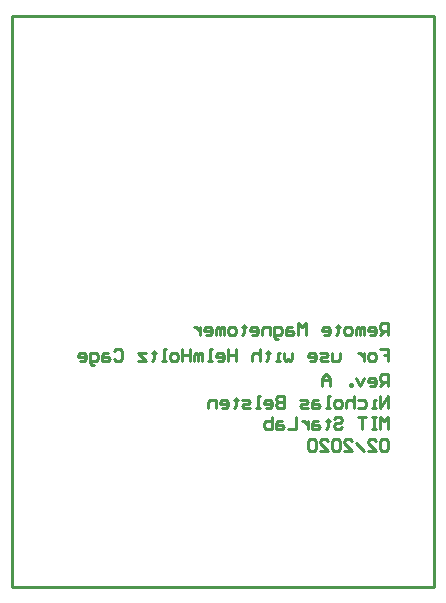
<source format=gbo>
G04*
G04 #@! TF.GenerationSoftware,Altium Limited,Altium Designer,19.1.8 (144)*
G04*
G04 Layer_Color=32896*
%FSLAX24Y24*%
%MOIN*%
G70*
G01*
G75*
%ADD11C,0.0100*%
D11*
X22515Y18405D02*
Y18805D01*
X22315D01*
X22249Y18738D01*
Y18605D01*
X22315Y18538D01*
X22515D01*
X22382D02*
X22249Y18405D01*
X21916D02*
X22049D01*
X22115Y18472D01*
Y18605D01*
X22049Y18672D01*
X21916D01*
X21849Y18605D01*
Y18538D01*
X22115D01*
X21716Y18405D02*
Y18672D01*
X21649D01*
X21582Y18605D01*
Y18405D01*
Y18605D01*
X21516Y18672D01*
X21449Y18605D01*
Y18405D01*
X21249D02*
X21116D01*
X21049Y18472D01*
Y18605D01*
X21116Y18672D01*
X21249D01*
X21316Y18605D01*
Y18472D01*
X21249Y18405D01*
X20849Y18738D02*
Y18672D01*
X20916D01*
X20783D01*
X20849D01*
Y18472D01*
X20783Y18405D01*
X20383D02*
X20516D01*
X20583Y18472D01*
Y18605D01*
X20516Y18672D01*
X20383D01*
X20316Y18605D01*
Y18538D01*
X20583D01*
X19783Y18405D02*
Y18805D01*
X19650Y18672D01*
X19516Y18805D01*
Y18405D01*
X19316Y18672D02*
X19183D01*
X19116Y18605D01*
Y18405D01*
X19316D01*
X19383Y18472D01*
X19316Y18538D01*
X19116D01*
X18850Y18272D02*
X18783D01*
X18717Y18339D01*
Y18672D01*
X18917D01*
X18983Y18605D01*
Y18472D01*
X18917Y18405D01*
X18717D01*
X18583D02*
Y18672D01*
X18383D01*
X18317Y18605D01*
Y18405D01*
X17983D02*
X18117D01*
X18183Y18472D01*
Y18605D01*
X18117Y18672D01*
X17983D01*
X17917Y18605D01*
Y18538D01*
X18183D01*
X17717Y18738D02*
Y18672D01*
X17784D01*
X17650D01*
X17717D01*
Y18472D01*
X17650Y18405D01*
X17384D02*
X17250D01*
X17184Y18472D01*
Y18605D01*
X17250Y18672D01*
X17384D01*
X17450Y18605D01*
Y18472D01*
X17384Y18405D01*
X17050D02*
Y18672D01*
X16984D01*
X16917Y18605D01*
Y18405D01*
Y18605D01*
X16851Y18672D01*
X16784Y18605D01*
Y18405D01*
X16451D02*
X16584D01*
X16651Y18472D01*
Y18605D01*
X16584Y18672D01*
X16451D01*
X16384Y18605D01*
Y18538D01*
X16651D01*
X16251Y18672D02*
Y18405D01*
Y18538D01*
X16184Y18605D01*
X16117Y18672D01*
X16051D01*
X22249Y17952D02*
X22515D01*
Y17752D01*
X22382D01*
X22515D01*
Y17552D01*
X22049D02*
X21916D01*
X21849Y17619D01*
Y17752D01*
X21916Y17819D01*
X22049D01*
X22115Y17752D01*
Y17619D01*
X22049Y17552D01*
X21716Y17819D02*
Y17552D01*
Y17685D01*
X21649Y17752D01*
X21582Y17819D01*
X21516D01*
X20916D02*
Y17619D01*
X20849Y17552D01*
X20649D01*
Y17819D01*
X20516Y17552D02*
X20316D01*
X20249Y17619D01*
X20316Y17685D01*
X20449D01*
X20516Y17752D01*
X20449Y17819D01*
X20249D01*
X19916Y17552D02*
X20049D01*
X20116Y17619D01*
Y17752D01*
X20049Y17819D01*
X19916D01*
X19850Y17752D01*
Y17685D01*
X20116D01*
X19316Y17819D02*
Y17619D01*
X19250Y17552D01*
X19183Y17619D01*
X19116Y17552D01*
X19050Y17619D01*
Y17819D01*
X18917Y17552D02*
X18783D01*
X18850D01*
Y17819D01*
X18917D01*
X18517Y17885D02*
Y17819D01*
X18583D01*
X18450D01*
X18517D01*
Y17619D01*
X18450Y17552D01*
X18250Y17952D02*
Y17552D01*
Y17752D01*
X18183Y17819D01*
X18050D01*
X17983Y17752D01*
Y17552D01*
X17450Y17952D02*
Y17552D01*
Y17752D01*
X17184D01*
Y17952D01*
Y17552D01*
X16851D02*
X16984D01*
X17050Y17619D01*
Y17752D01*
X16984Y17819D01*
X16851D01*
X16784Y17752D01*
Y17685D01*
X17050D01*
X16651Y17552D02*
X16517D01*
X16584D01*
Y17952D01*
X16651D01*
X16317Y17552D02*
Y17819D01*
X16251D01*
X16184Y17752D01*
Y17552D01*
Y17752D01*
X16117Y17819D01*
X16051Y17752D01*
Y17552D01*
X15917Y17952D02*
Y17552D01*
Y17752D01*
X15651D01*
Y17952D01*
Y17552D01*
X15451D02*
X15318D01*
X15251Y17619D01*
Y17752D01*
X15318Y17819D01*
X15451D01*
X15518Y17752D01*
Y17619D01*
X15451Y17552D01*
X15118D02*
X14984D01*
X15051D01*
Y17952D01*
X15118D01*
X14718Y17885D02*
Y17819D01*
X14785D01*
X14651D01*
X14718D01*
Y17619D01*
X14651Y17552D01*
X14451Y17819D02*
X14185D01*
X14451Y17552D01*
X14185D01*
X13385Y17885D02*
X13452Y17952D01*
X13585D01*
X13652Y17885D01*
Y17619D01*
X13585Y17552D01*
X13452D01*
X13385Y17619D01*
X13185Y17819D02*
X13052D01*
X12985Y17752D01*
Y17552D01*
X13185D01*
X13252Y17619D01*
X13185Y17685D01*
X12985D01*
X12719Y17419D02*
X12652D01*
X12585Y17485D01*
Y17819D01*
X12785D01*
X12852Y17752D01*
Y17619D01*
X12785Y17552D01*
X12585D01*
X12252D02*
X12385D01*
X12452Y17619D01*
Y17752D01*
X12385Y17819D01*
X12252D01*
X12185Y17752D01*
Y17685D01*
X12452D01*
X22515Y16699D02*
Y17099D01*
X22315D01*
X22249Y17032D01*
Y16899D01*
X22315Y16832D01*
X22515D01*
X22382D02*
X22249Y16699D01*
X21916D02*
X22049D01*
X22115Y16766D01*
Y16899D01*
X22049Y16965D01*
X21916D01*
X21849Y16899D01*
Y16832D01*
X22115D01*
X21716Y16965D02*
X21582Y16699D01*
X21449Y16965D01*
X21316Y16699D02*
Y16766D01*
X21249D01*
Y16699D01*
X21316D01*
X20583D02*
Y16965D01*
X20449Y17099D01*
X20316Y16965D01*
Y16699D01*
Y16899D01*
X20583D01*
X22515Y15979D02*
Y16379D01*
X22249Y15979D01*
Y16379D01*
X22115Y15979D02*
X21982D01*
X22049D01*
Y16246D01*
X22115D01*
X21516D02*
X21716D01*
X21782Y16179D01*
Y16046D01*
X21716Y15979D01*
X21516D01*
X21382Y16379D02*
Y15979D01*
Y16179D01*
X21316Y16246D01*
X21182D01*
X21116Y16179D01*
Y15979D01*
X20916D02*
X20783D01*
X20716Y16046D01*
Y16179D01*
X20783Y16246D01*
X20916D01*
X20983Y16179D01*
Y16046D01*
X20916Y15979D01*
X20583D02*
X20449D01*
X20516D01*
Y16379D01*
X20583D01*
X20183Y16246D02*
X20049D01*
X19983Y16179D01*
Y15979D01*
X20183D01*
X20249Y16046D01*
X20183Y16112D01*
X19983D01*
X19850Y15979D02*
X19650D01*
X19583Y16046D01*
X19650Y16112D01*
X19783D01*
X19850Y16179D01*
X19783Y16246D01*
X19583D01*
X19050Y16379D02*
Y15979D01*
X18850D01*
X18783Y16046D01*
Y16112D01*
X18850Y16179D01*
X19050D01*
X18850D01*
X18783Y16246D01*
Y16312D01*
X18850Y16379D01*
X19050D01*
X18450Y15979D02*
X18583D01*
X18650Y16046D01*
Y16179D01*
X18583Y16246D01*
X18450D01*
X18383Y16179D01*
Y16112D01*
X18650D01*
X18250Y15979D02*
X18117D01*
X18183D01*
Y16379D01*
X18250D01*
X17917Y15979D02*
X17717D01*
X17650Y16046D01*
X17717Y16112D01*
X17850D01*
X17917Y16179D01*
X17850Y16246D01*
X17650D01*
X17450Y16312D02*
Y16246D01*
X17517D01*
X17384D01*
X17450D01*
Y16046D01*
X17384Y15979D01*
X16984D02*
X17117D01*
X17184Y16046D01*
Y16179D01*
X17117Y16246D01*
X16984D01*
X16917Y16179D01*
Y16112D01*
X17184D01*
X16784Y15979D02*
Y16246D01*
X16584D01*
X16517Y16179D01*
Y15979D01*
X22515Y15259D02*
Y15659D01*
X22382Y15526D01*
X22249Y15659D01*
Y15259D01*
X22115Y15659D02*
X21982D01*
X22049D01*
Y15259D01*
X22115D01*
X21982D01*
X21782Y15659D02*
X21516D01*
X21649D01*
Y15259D01*
X20716Y15592D02*
X20783Y15659D01*
X20916D01*
X20983Y15592D01*
Y15526D01*
X20916Y15459D01*
X20783D01*
X20716Y15393D01*
Y15326D01*
X20783Y15259D01*
X20916D01*
X20983Y15326D01*
X20516Y15592D02*
Y15526D01*
X20583D01*
X20449D01*
X20516D01*
Y15326D01*
X20449Y15259D01*
X20183Y15526D02*
X20049D01*
X19983Y15459D01*
Y15259D01*
X20183D01*
X20249Y15326D01*
X20183Y15393D01*
X19983D01*
X19850Y15526D02*
Y15259D01*
Y15393D01*
X19783Y15459D01*
X19716Y15526D01*
X19650D01*
X19450Y15659D02*
Y15259D01*
X19183D01*
X18983Y15526D02*
X18850D01*
X18783Y15459D01*
Y15259D01*
X18983D01*
X19050Y15326D01*
X18983Y15393D01*
X18783D01*
X18650Y15659D02*
Y15259D01*
X18450D01*
X18383Y15326D01*
Y15393D01*
Y15459D01*
X18450Y15526D01*
X18650D01*
X22515Y14873D02*
X22449Y14939D01*
X22315D01*
X22249Y14873D01*
Y14606D01*
X22315Y14539D01*
X22449D01*
X22515Y14606D01*
Y14873D01*
X21849Y14539D02*
X22115D01*
X21849Y14806D01*
Y14873D01*
X21916Y14939D01*
X22049D01*
X22115Y14873D01*
X21716Y14539D02*
X21449Y14806D01*
X21049Y14539D02*
X21316D01*
X21049Y14806D01*
Y14873D01*
X21116Y14939D01*
X21249D01*
X21316Y14873D01*
X20916D02*
X20849Y14939D01*
X20716D01*
X20649Y14873D01*
Y14606D01*
X20716Y14539D01*
X20849D01*
X20916Y14606D01*
Y14873D01*
X20249Y14539D02*
X20516D01*
X20249Y14806D01*
Y14873D01*
X20316Y14939D01*
X20449D01*
X20516Y14873D01*
X20116D02*
X20049Y14939D01*
X19916D01*
X19850Y14873D01*
Y14606D01*
X19916Y14539D01*
X20049D01*
X20116Y14606D01*
Y14873D01*
X10000Y10000D02*
Y29050D01*
X24050D01*
X24050Y10000D01*
X10000D02*
X24050D01*
M02*

</source>
